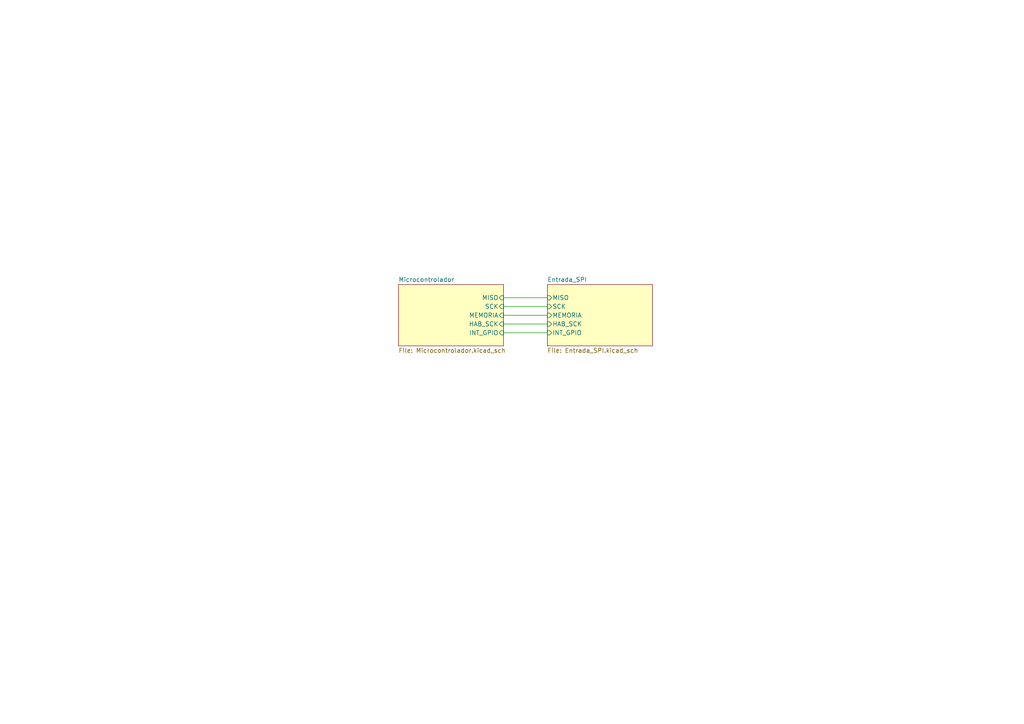
<source format=kicad_sch>
(kicad_sch
	(version 20250114)
	(generator "eeschema")
	(generator_version "9.0")
	(uuid "05016bfd-df52-464c-8b8d-9a207f7afd58")
	(paper "A4")
	(lib_symbols)
	(wire
		(pts
			(xy 146.05 88.9) (xy 158.75 88.9)
		)
		(stroke
			(width 0)
			(type default)
		)
		(uuid "1c22797b-216b-46cf-b391-ee1732d4666a")
	)
	(wire
		(pts
			(xy 146.05 96.52) (xy 158.75 96.52)
		)
		(stroke
			(width 0)
			(type default)
		)
		(uuid "2eab309f-946c-4c9f-868c-51b355265f80")
	)
	(wire
		(pts
			(xy 146.05 86.36) (xy 158.75 86.36)
		)
		(stroke
			(width 0)
			(type default)
		)
		(uuid "3d896304-3d70-407a-8152-bcfda26bd06f")
	)
	(wire
		(pts
			(xy 146.05 91.44) (xy 158.75 91.44)
		)
		(stroke
			(width 0)
			(type default)
		)
		(uuid "98070a69-49c8-4bfd-9265-8a37e5eb68c7")
	)
	(wire
		(pts
			(xy 146.05 93.98) (xy 158.75 93.98)
		)
		(stroke
			(width 0)
			(type default)
		)
		(uuid "e8f5b75a-c02c-4c62-ba39-99b3a0452694")
	)
	(sheet
		(at 115.57 82.55)
		(size 30.48 17.78)
		(exclude_from_sim no)
		(in_bom yes)
		(on_board yes)
		(dnp no)
		(fields_autoplaced yes)
		(stroke
			(width 0.1524)
			(type solid)
		)
		(fill
			(color 255 255 194 1.0000)
		)
		(uuid "3376e70b-1485-4dd7-aab9-d0cdb0cef138")
		(property "Sheetname" "Microcontrolador"
			(at 115.57 81.8384 0)
			(effects
				(font
					(size 1.27 1.27)
				)
				(justify left bottom)
			)
		)
		(property "Sheetfile" "Microcontrolador.kicad_sch"
			(at 115.57 100.9146 0)
			(effects
				(font
					(size 1.27 1.27)
				)
				(justify left top)
			)
		)
		(pin "HAB_SCK" input
			(at 146.05 93.98 0)
			(uuid "04b43b5c-883f-4c21-96dd-c75650dcc302")
			(effects
				(font
					(size 1.27 1.27)
				)
				(justify right)
			)
		)
		(pin "INT_GPIO" input
			(at 146.05 96.52 0)
			(uuid "e4e4567f-e320-4c71-95c9-41157e74d923")
			(effects
				(font
					(size 1.27 1.27)
				)
				(justify right)
			)
		)
		(pin "MEMORIA" input
			(at 146.05 91.44 0)
			(uuid "6e2b9690-3606-42e6-b4e7-8ad1231b6512")
			(effects
				(font
					(size 1.27 1.27)
				)
				(justify right)
			)
		)
		(pin "MISO" input
			(at 146.05 86.36 0)
			(uuid "d64f98d8-df7c-4ac3-8c7e-fdad70fefeda")
			(effects
				(font
					(size 1.27 1.27)
				)
				(justify right)
			)
		)
		(pin "SCK" input
			(at 146.05 88.9 0)
			(uuid "f723a17e-be43-4515-b535-3700e879fd4a")
			(effects
				(font
					(size 1.27 1.27)
				)
				(justify right)
			)
		)
		(instances
			(project "Schematic"
				(path "/05016bfd-df52-464c-8b8d-9a207f7afd58"
					(page "3")
				)
			)
		)
	)
	(sheet
		(at 158.75 82.55)
		(size 30.48 17.78)
		(exclude_from_sim no)
		(in_bom yes)
		(on_board yes)
		(dnp no)
		(fields_autoplaced yes)
		(stroke
			(width 0.1524)
			(type solid)
		)
		(fill
			(color 255 255 194 1.0000)
		)
		(uuid "fce152d1-7a32-4dd6-a526-4f12f73a142b")
		(property "Sheetname" "Entrada_SPI"
			(at 158.75 81.8384 0)
			(effects
				(font
					(size 1.27 1.27)
				)
				(justify left bottom)
			)
		)
		(property "Sheetfile" "Entrada_SPI.kicad_sch"
			(at 158.75 100.9146 0)
			(effects
				(font
					(size 1.27 1.27)
				)
				(justify left top)
			)
		)
		(pin "HAB_SCK" input
			(at 158.75 93.98 180)
			(uuid "1880adaf-ee39-449b-bc7d-1c90db661173")
			(effects
				(font
					(size 1.27 1.27)
				)
				(justify left)
			)
		)
		(pin "INT_GPIO" input
			(at 158.75 96.52 180)
			(uuid "ad78a805-d927-45da-a027-28a20e2b2352")
			(effects
				(font
					(size 1.27 1.27)
				)
				(justify left)
			)
		)
		(pin "MEMORIA" input
			(at 158.75 91.44 180)
			(uuid "41e66365-3aad-496d-a322-e21882a54ebe")
			(effects
				(font
					(size 1.27 1.27)
				)
				(justify left)
			)
		)
		(pin "MISO" input
			(at 158.75 86.36 180)
			(uuid "c7876f55-4eb5-4172-9036-54959fea630f")
			(effects
				(font
					(size 1.27 1.27)
				)
				(justify left)
			)
		)
		(pin "SCK" input
			(at 158.75 88.9 180)
			(uuid "25d59169-604e-4e79-88b7-2ca3a10427fb")
			(effects
				(font
					(size 1.27 1.27)
				)
				(justify left)
			)
		)
		(instances
			(project "Schematic"
				(path "/05016bfd-df52-464c-8b8d-9a207f7afd58"
					(page "2")
				)
			)
		)
	)
	(sheet_instances
		(path "/"
			(page "1")
		)
	)
	(embedded_fonts no)
)

</source>
